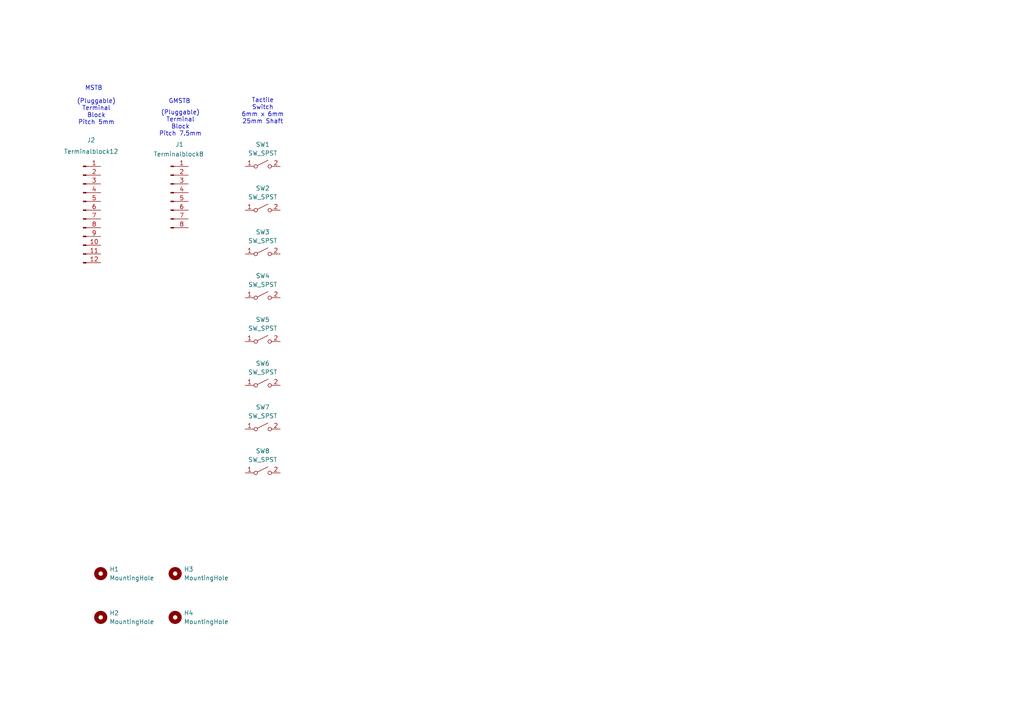
<source format=kicad_sch>
(kicad_sch (version 20231120) (generator "eeschema") (generator_version "8.0")
  (paper "A4")
  (lib_symbols
    (symbol "Connector:Conn_01x08_Pin" (pin_names (offset 1.016) hide)
      (property "Reference" "J" (at 0 10.16 0))
      (property "Value" "Conn_01x08_Pin" (at 0 -12.7 0))
      (symbol "Conn_01x08_Pin_1_1"
        (polyline (pts (xy 1.27 -10.16) (xy 0.8636 -10.16)) (stroke (width 0.1524)))
        (polyline (pts (xy 1.27 -7.62) (xy 0.8636 -7.62)) (stroke (width 0.1524)))
        (polyline (pts (xy 1.27 -5.08) (xy 0.8636 -5.08)) (stroke (width 0.1524)))
        (polyline (pts (xy 1.27 -2.54) (xy 0.8636 -2.54)) (stroke (width 0.1524)))
        (polyline (pts (xy 1.27 0) (xy 0.8636 0)) (stroke (width 0.1524)))
        (polyline (pts (xy 1.27 2.54) (xy 0.8636 2.54)) (stroke (width 0.1524)))
        (polyline (pts (xy 1.27 5.08) (xy 0.8636 5.08)) (stroke (width 0.1524)))
        (polyline (pts (xy 1.27 7.62) (xy 0.8636 7.62)) (stroke (width 0.1524)))
        (rectangle (start 0.8636 -10.033) (end 0 -10.287) (stroke (width 0.1524)) (fill (type outline)))
        (rectangle (start 0.8636 -7.493) (end 0 -7.747) (stroke (width 0.1524)) (fill (type outline)))
        (rectangle (start 0.8636 -4.953) (end 0 -5.207) (stroke (width 0.1524)) (fill (type outline)))
        (rectangle (start 0.8636 -2.413) (end 0 -2.667) (stroke (width 0.1524)) (fill (type outline)))
        (rectangle (start 0.8636 0.127) (end 0 -0.127) (stroke (width 0.1524)) (fill (type outline)))
        (rectangle (start 0.8636 2.667) (end 0 2.413) (stroke (width 0.1524)) (fill (type outline)))
        (rectangle (start 0.8636 5.207) (end 0 4.953) (stroke (width 0.1524)) (fill (type outline)))
        (rectangle (start 0.8636 7.747) (end 0 7.493) (stroke (width 0.1524)) (fill (type outline)))
        (pin passive line (at 5.08 7.62 180) (length 3.81) (name "Pin_1") (number "1"))
        (pin passive line (at 5.08 5.08 180) (length 3.81) (name "Pin_2") (number "2"))
        (pin passive line (at 5.08 2.54 180) (length 3.81) (name "Pin_3") (number "3"))
        (pin passive line (at 5.08 0 180) (length 3.81) (name "Pin_4") (number "4"))
        (pin passive line (at 5.08 -2.54 180) (length 3.81) (name "Pin_5") (number "5"))
        (pin passive line (at 5.08 -5.08 180) (length 3.81) (name "Pin_6") (number "6"))
        (pin passive line (at 5.08 -7.62 180) (length 3.81) (name "Pin_7") (number "7"))
        (pin passive line (at 5.08 -10.16 180) (length 3.81) (name "Pin_8") (number "8"))
      )
    )
    (symbol "Connector:Conn_01x12_Pin" (pin_names (offset 1.016) hide)
      (property "Reference" "J" (at 0 15.24 0))
      (property "Value" "Conn_01x12_Pin" (at 0 -17.78 0))
      (symbol "Conn_01x12_Pin_1_1"
        (polyline (pts (xy 1.27 -15.24) (xy 0.8636 -15.24)) (stroke (width 0.1524)))
        (polyline (pts (xy 1.27 -12.7) (xy 0.8636 -12.7)) (stroke (width 0.1524)))
        (polyline (pts (xy 1.27 -10.16) (xy 0.8636 -10.16)) (stroke (width 0.1524)))
        (polyline (pts (xy 1.27 -7.62) (xy 0.8636 -7.62)) (stroke (width 0.1524)))
        (polyline (pts (xy 1.27 -5.08) (xy 0.8636 -5.08)) (stroke (width 0.1524)))
        (polyline (pts (xy 1.27 -2.54) (xy 0.8636 -2.54)) (stroke (width 0.1524)))
        (polyline (pts (xy 1.27 0) (xy 0.8636 0)) (stroke (width 0.1524)))
        (polyline (pts (xy 1.27 2.54) (xy 0.8636 2.54)) (stroke (width 0.1524)))
        (polyline (pts (xy 1.27 5.08) (xy 0.8636 5.08)) (stroke (width 0.1524)))
        (polyline (pts (xy 1.27 7.62) (xy 0.8636 7.62)) (stroke (width 0.1524)))
        (polyline (pts (xy 1.27 10.16) (xy 0.8636 10.16)) (stroke (width 0.1524)))
        (polyline (pts (xy 1.27 12.7) (xy 0.8636 12.7)) (stroke (width 0.1524)))
        (rectangle (start 0.8636 -15.113) (end 0 -15.367) (stroke (width 0.1524)) (fill (type outline)))
        (rectangle (start 0.8636 -12.573) (end 0 -12.827) (stroke (width 0.1524)) (fill (type outline)))
        (rectangle (start 0.8636 -10.033) (end 0 -10.287) (stroke (width 0.1524)) (fill (type outline)))
        (rectangle (start 0.8636 -7.493) (end 0 -7.747) (stroke (width 0.1524)) (fill (type outline)))
        (rectangle (start 0.8636 -4.953) (end 0 -5.207) (stroke (width 0.1524)) (fill (type outline)))
        (rectangle (start 0.8636 -2.413) (end 0 -2.667) (stroke (width 0.1524)) (fill (type outline)))
        (rectangle (start 0.8636 0.127) (end 0 -0.127) (stroke (width 0.1524)) (fill (type outline)))
        (rectangle (start 0.8636 2.667) (end 0 2.413) (stroke (width 0.1524)) (fill (type outline)))
        (rectangle (start 0.8636 5.207) (end 0 4.953) (stroke (width 0.1524)) (fill (type outline)))
        (rectangle (start 0.8636 7.747) (end 0 7.493) (stroke (width 0.1524)) (fill (type outline)))
        (rectangle (start 0.8636 10.287) (end 0 10.033) (stroke (width 0.1524)) (fill (type outline)))
        (rectangle (start 0.8636 12.827) (end 0 12.573) (stroke (width 0.1524)) (fill (type outline)))
        (pin passive line (at 5.08 12.7 180) (length 3.81) (name "Pin_1") (number "1"))
        (pin passive line (at 5.08 -10.16 180) (length 3.81) (name "Pin_10") (number "10"))
        (pin passive line (at 5.08 -12.7 180) (length 3.81) (name "Pin_11") (number "11"))
        (pin passive line (at 5.08 -15.24 180) (length 3.81) (name "Pin_12") (number "12"))
        (pin passive line (at 5.08 10.16 180) (length 3.81) (name "Pin_2") (number "2"))
        (pin passive line (at 5.08 7.62 180) (length 3.81) (name "Pin_3") (number "3"))
        (pin passive line (at 5.08 5.08 180) (length 3.81) (name "Pin_4") (number "4"))
        (pin passive line (at 5.08 2.54 180) (length 3.81) (name "Pin_5") (number "5"))
        (pin passive line (at 5.08 0 180) (length 3.81) (name "Pin_6") (number "6"))
        (pin passive line (at 5.08 -2.54 180) (length 3.81) (name "Pin_7") (number "7"))
        (pin passive line (at 5.08 -5.08 180) (length 3.81) (name "Pin_8") (number "8"))
        (pin passive line (at 5.08 -7.62 180) (length 3.81) (name "Pin_9") (number "9"))
      )
    )
    (symbol "Mechanical:MountingHole" (pin_names (offset 1.016)) (exclude_from_sim yes) (in_bom no)
      (property "Reference" "H" (at 0 5.08 0))
      (property "Value" "MountingHole" (at 0 3.175 0))
      (symbol "MountingHole_0_1"
        (circle (center 0 0) (radius 1.27) (stroke (width 1.27)))
      )
    )
    (symbol "Switch:SW_SPST" (pin_names (offset 0) hide)
      (property "Reference" "SW" (at 0 3.175 0))
      (property "Value" "SW_SPST" (at 0 -2.54 0))
      (symbol "SW_SPST_0_0"
        (circle (center -2.032 0) (radius 0.508))
        (polyline (pts (xy -1.524 0.254) (xy 1.524 1.778)))
        (circle (center 2.032 0) (radius 0.508))
      )
      (symbol "SW_SPST_1_1"
        (pin passive line (at -5.08 0 0) (length 2.54) (name "A") (number "1"))
        (pin passive line (at 5.08 0 180) (length 2.54) (name "B") (number "2"))
      )
    )
  )
  (text "(Pluggable)\nTerminal\nBlock\nPitch 7.5mm" (at 52.324 35.814 0) (effects (font (size 1.27 1.27))))
  (text "GMSTB" (at 52.07 29.464 0) (effects (font (size 1.27 1.27))))
  (text "Tactile\nSwitch\n6mm x 6mm\n25mm Shaft" (at 76.2 32.258 0) (effects (font (size 1.27 1.27))))
  (text "(Pluggable)\nTerminal\nBlock\nPitch 5mm" (at 27.94 32.512 0) (effects (font (size 1.27 1.27))))
  (text "MSTB" (at 27.178 25.654 0) (effects (font (size 1.27 1.27))))
  (symbol (lib_id "Switch:SW_SPST") (at 76.2 99.06 0) (unit 1)
    (property "Reference" "SW5" (at 76.2 92.71 0))
    (property "Value" "SW_SPST" (at 76.2 95.25 0))
    (property "Footprint" "Button_Switch_THT:SW_PUSH_6mm" (effects (hide yes)))
    (property "Description" "Single Pole Single Throw (SPST) switch" (effects (hide yes)))
  )
  (symbol (lib_id "Connector:Conn_01x12_Pin") (at 24.13 60.96 0) (unit 1)
    (property "Reference" "J2" (at 26.416 40.64 0))
    (property "Value" "Terminalblock12" (at 26.416 43.942 0))
    (property "Footprint" "Connector_Phoenix_MSTB:PhoenixContact_MSTBA_2,5_12-G_1x12_P5.00mm_Horizontal" (effects (hide yes)))
    (property "Description" "Generic connector, single row, 01x12, script generated" (effects (hide yes)))
  )
  (symbol (lib_id "Switch:SW_SPST") (at 76.2 137.16 0) (unit 1)
    (property "Reference" "SW8" (at 76.2 130.81 0))
    (property "Value" "SW_SPST" (at 76.2 133.35 0))
    (property "Footprint" "Button_Switch_THT:SW_PUSH_6mm" (effects (hide yes)))
    (property "Description" "Single Pole Single Throw (SPST) switch" (effects (hide yes)))
  )
  (symbol (lib_id "Switch:SW_SPST") (at 76.2 48.26 0) (unit 1)
    (property "Reference" "SW1" (at 76.2 41.91 0))
    (property "Value" "SW_SPST" (at 76.2 44.45 0))
    (property "Footprint" "Button_Switch_THT:SW_PUSH_6mm" (effects (hide yes)))
    (property "Description" "Single Pole Single Throw (SPST) switch" (effects (hide yes)))
  )
  (symbol (lib_id "Switch:SW_SPST") (at 76.2 111.76 0) (unit 1)
    (property "Reference" "SW6" (at 76.2 105.41 0))
    (property "Value" "SW_SPST" (at 76.2 107.95 0))
    (property "Footprint" "Button_Switch_THT:SW_PUSH_6mm" (effects (hide yes)))
    (property "Description" "Single Pole Single Throw (SPST) switch" (effects (hide yes)))
  )
  (symbol (lib_id "Mechanical:MountingHole") (at 50.8 166.37 0) (unit 1) (exclude_from_sim yes) (in_bom no)
    (property "Reference" "H3" (at 53.34 165.0999 0) (effects (justify left)))
    (property "Value" "MountingHole" (at 53.34 167.6399 0) (effects (justify left)))
    (property "Footprint" "MountingHole:MountingHole_3.2mm_M3" (effects (hide yes)))
    (property "Description" "Mounting Hole without connection" (effects (hide yes)))
  )
  (symbol (lib_id "Switch:SW_SPST") (at 76.2 86.36 0) (unit 1)
    (property "Reference" "SW4" (at 76.2 80.01 0))
    (property "Value" "SW_SPST" (at 76.2 82.55 0))
    (property "Footprint" "Button_Switch_THT:SW_PUSH_6mm" (effects (hide yes)))
    (property "Description" "Single Pole Single Throw (SPST) switch" (effects (hide yes)))
  )
  (symbol (lib_id "Switch:SW_SPST") (at 76.2 73.66 0) (unit 1)
    (property "Reference" "SW3" (at 76.2 67.31 0))
    (property "Value" "SW_SPST" (at 76.2 69.85 0))
    (property "Footprint" "Button_Switch_THT:SW_PUSH_6mm" (effects (hide yes)))
    (property "Description" "Single Pole Single Throw (SPST) switch" (effects (hide yes)))
  )
  (symbol (lib_id "Switch:SW_SPST") (at 76.2 60.96 0) (unit 1)
    (property "Reference" "SW2" (at 76.2 54.61 0))
    (property "Value" "SW_SPST" (at 76.2 57.15 0))
    (property "Footprint" "Button_Switch_THT:SW_PUSH_6mm" (effects (hide yes)))
    (property "Description" "Single Pole Single Throw (SPST) switch" (effects (hide yes)))
  )
  (symbol (lib_id "Mechanical:MountingHole") (at 29.21 166.37 0) (unit 1) (exclude_from_sim yes) (in_bom no)
    (property "Reference" "H1" (at 31.75 165.0999 0) (effects (justify left)))
    (property "Value" "MountingHole" (at 31.75 167.6399 0) (effects (justify left)))
    (property "Footprint" "MountingHole:MountingHole_3.2mm_M3" (effects (hide yes)))
    (property "Description" "Mounting Hole without connection" (effects (hide yes)))
  )
  (symbol (lib_id "Mechanical:MountingHole") (at 50.8 179.07 0) (unit 1) (exclude_from_sim yes) (in_bom no)
    (property "Reference" "H4" (at 53.34 177.7999 0) (effects (justify left)))
    (property "Value" "MountingHole" (at 53.34 180.3399 0) (effects (justify left)))
    (property "Footprint" "MountingHole:MountingHole_3.2mm_M3" (effects (hide yes)))
    (property "Description" "Mounting Hole without connection" (effects (hide yes)))
  )
  (symbol (lib_id "Mechanical:MountingHole") (at 29.21 179.07 0) (unit 1) (exclude_from_sim yes) (in_bom no)
    (property "Reference" "H2" (at 31.75 177.7999 0) (effects (justify left)))
    (property "Value" "MountingHole" (at 31.75 180.3399 0) (effects (justify left)))
    (property "Footprint" "MountingHole:MountingHole_3.2mm_M3" (effects (hide yes)))
    (property "Description" "Mounting Hole without connection" (effects (hide yes)))
  )
  (symbol (lib_id "Connector:Conn_01x08_Pin") (at 49.53 55.88 0) (unit 1)
    (property "Reference" "J1" (at 52.07 41.91 0))
    (property "Value" "Terminalblock8" (at 51.816 44.704 0))
    (property "Footprint" "Connector_Phoenix_GMSTB:PhoenixContact_GMSTBA_2,5_8-G_1x08_P7.50mm_Horizontal" (effects (hide yes)))
    (property "Description" "Generic connector, single row, 01x08, script generated" (effects (hide yes)))
  )
  (symbol (lib_id "Switch:SW_SPST") (at 76.2 124.46 0) (unit 1)
    (property "Reference" "SW7" (at 76.2 118.11 0))
    (property "Value" "SW_SPST" (at 76.2 120.65 0))
    (property "Footprint" "Button_Switch_THT:SW_PUSH_6mm" (effects (hide yes)))
    (property "Description" "Single Pole Single Throw (SPST) switch" (effects (hide yes)))
  )
)
</source>
